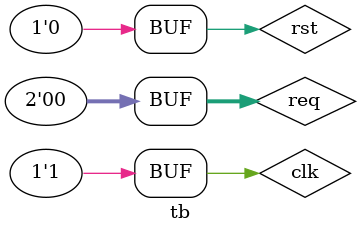
<source format=v>
`timescale 1ns / 1ps
module tb();

    reg clk;
    reg rst;
    reg[1:0] req;
    wire[1:0] grant;

    arbiter DUT(clk, rst, req, grant);

    always
    begin
    
        clk <= 1'b0;
        #0.5;
        clk <= 1'b1;
        #0.5;
        
    end    
    
    initial
    begin
    
        rst <= 1;
        #1;
        
        rst <= 0;
        #1;
        
        req <= 2'b01;
        #1;
        
        req <= 2'b11;
        #1;
        
        req <= 2'b10;
        #1;
        
        req <= 2'b11;
        #1;
        
        req <= 2'b01;
        #1;
        
        req <= 2'b00;
    
    end 
    
endmodule

</source>
